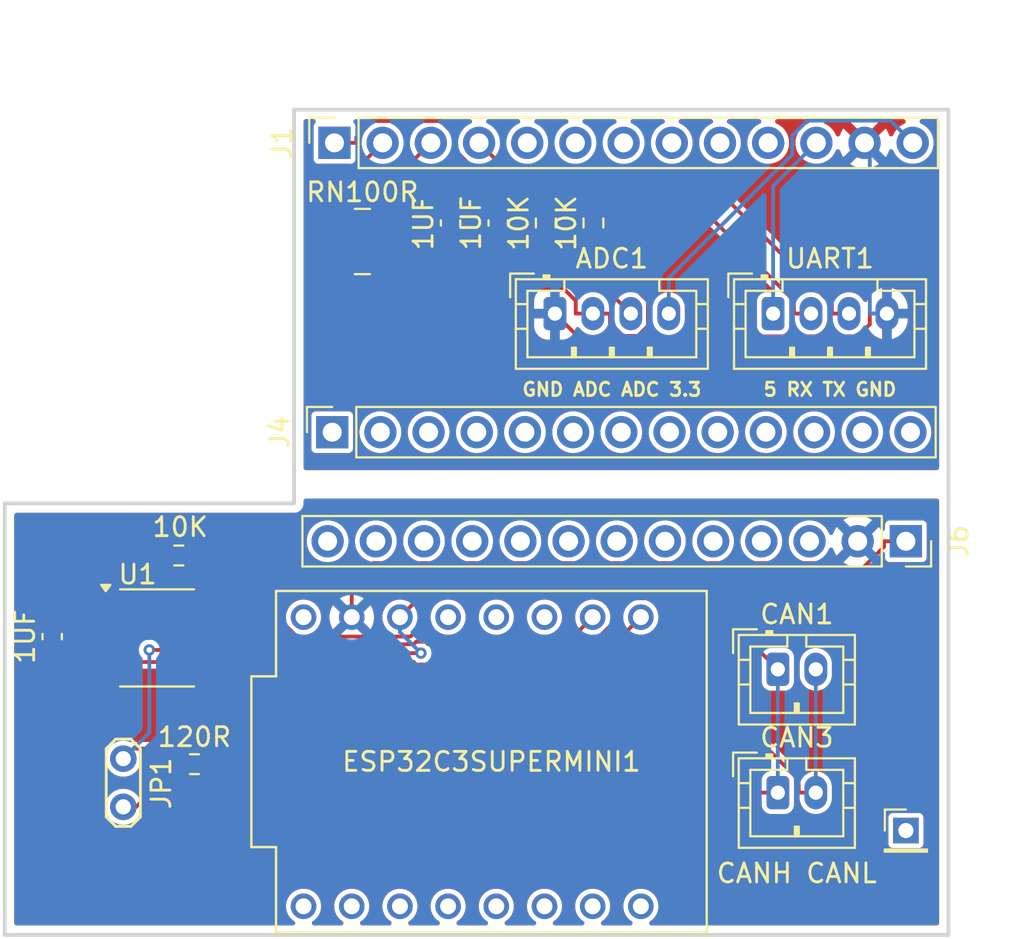
<source format=kicad_pcb>
(kicad_pcb (version 20241229) (generator "pcbnew") (generator_version "9.0")
  (layers (0 "F.Cu" signal) (2 "B.Cu" signal) (13 "F.Paste" user) (15 "B.Paste" user) (5 "F.SilkS" user "F.Silkscreen") (7 "B.SilkS" user "B.Silkscreen") (1 "F.Mask" user) (3 "B.Mask" user) (25 "Edge.Cuts" user))
  (net 0 "")
  (net 1 "GND")
  (net 5 "Net-(J1-Pin_3)")
  (net 8 "Net-(J1-Pin_2)")
  (net 35 "Net-(RN100R1-R1.2)")
  (net 36 "Net-(RN100R1-R2.2)")
  (net 37 "Net-(ADC1-Pin_2)")
  (net 38 "Net-(ADC1-Pin_3)")
  (net 39 "Net-(CAN1-Pin_2)")
  (net 40 "Net-(CAN1-Pin_1)")
  (net 53 "Net-(ADC1-Pin_4)")
  (net 54 "Net-(J1-Pin_11)")
  (net 55 "Net-(J1-Pin_4)")
  (net 56 "Net-(J1-Pin_1)")
  (net 57 "Net-(JP1-B)")
  (net 58 "Net-(U1-Rs)")
  (net 59 "Net-(ESP32C3SUPERMINI1-GPIO0)")
  (net 60 "Net-(ESP32C3SUPERMINI1-GPIO1)")
  (net 61 "+3.3V")
  (net 63 "GND1")
  (footprint "Resistor_SMD:R_Array_Concave_4x0603" (layer "F.Cu") (at 112.35 88.7)
    (property "Reference" "RN100R" (at 0 -2.6 0) (layer "F.SilkS"))
    (property "Value" "100R")
    (fp_line (start 0.4 -1.72) (end -0.4 -1.72) (stroke (width 0.12)) (layer "F.SilkS"))
    (fp_line (start 0.4 1.72) (end -0.4 1.72) (stroke (width 0.12)) (layer "F.SilkS"))
    (pad "1" smd rect (at -0.85 -1.2) (size 0.9 0.4) (layers "F.Cu" "F.Mask" "F.Paste") (net 5 "Net-(J1-Pin_3)"))
    (pad "2" smd rect (at -0.85 -0.4) (size 0.9 0.4) (layers "F.Cu" "F.Mask" "F.Paste") (net 8 "Net-(J1-Pin_2)"))
    (pad "3" smd rect (at -0.85 0.4) (size 0.9 0.4) (layers "F.Cu" "F.Mask" "F.Paste") (net 38 "Net-(ADC1-Pin_3)"))
    (pad "4" smd rect (at -0.85 1.2) (size 0.9 0.4) (layers "F.Cu" "F.Mask" "F.Paste") (net 37 "Net-(ADC1-Pin_2)"))
    (pad "5" smd rect (at 0.85 1.2) (size 0.9 0.4) (layers "F.Cu" "F.Mask" "F.Paste") (net 36 "Net-(RN100R1-R2.2)"))
    (pad "6" smd rect (at 0.85 0.4) (size 0.9 0.4) (layers "F.Cu" "F.Mask" "F.Paste") (net 35 "Net-(RN100R1-R1.2)"))
    (pad "7" smd rect (at 0.85 -0.4) (size 0.9 0.4) (layers "F.Cu" "F.Mask" "F.Paste") (net 36 "Net-(RN100R1-R2.2)"))
    (pad "8" smd rect (at 0.85 -1.2) (size 0.9 0.4) (layers "F.Cu" "F.Mask" "F.Paste") (net 35 "Net-(RN100R1-R1.2)"))
  )
  (footprint "TestPoint:TestPoint_2Pads_Pitch2.54mm_Drill0.8mm" (layer "F.Cu") (at 99.75 115.96 -90)
    (property "Reference" "JP1" (at 1.3 -2 90) (layer "F.SilkS"))
    (property "Value" "Jumper_2_Bridged")
    (fp_line (start -0.53 0.9) (end -1.03 0.4) (stroke (width 0.15)) (layer "F.SilkS"))
    (fp_line (start 3.07 0.9) (end -0.53 0.9) (stroke (width 0.15)) (layer "F.SilkS"))
    (fp_line (start -1.03 0.4) (end -1.03 -0.4) (stroke (width 0.15)) (layer "F.SilkS"))
    (fp_line (start 3.57 0.4) (end 3.07 0.9) (stroke (width 0.15)) (layer "F.SilkS"))
    (fp_line (start -1.03 -0.4) (end -0.53 -0.9) (stroke (width 0.15)) (layer "F.SilkS"))
    (fp_line (start 3.57 -0.4) (end 3.57 0.4) (stroke (width 0.15)) (layer "F.SilkS"))
    (fp_line (start -0.53 -0.9) (end 3.07 -0.9) (stroke (width 0.15)) (layer "F.SilkS"))
    (fp_line (start 3.07 -0.9) (end 3.57 -0.4) (stroke (width 0.15)) (layer "F.SilkS"))
    (pad "1" thru_hole circle (at 0 0 270) (size 1.4 1.4) (drill 0.8) (layers "*.Cu" "*.Mask") (net 39 "Net-(CAN1-Pin_2)"))
    (pad "2" thru_hole circle (at 2.54 0 270) (size 1.4 1.4) (drill 0.8) (layers "*.Cu" "*.Mask") (net 57 "Net-(JP1-B)"))
  )
  (footprint "Capacitor_SMD:C_0603_1608Metric" (layer "F.Cu") (at 96 109.525 90)
    (property "Reference" "1UF" (at 0 -1.43 90) (layer "F.SilkS"))
    (property "Value" "1uF")
    (fp_line (start -0.14058 -0.51) (end 0.14058 -0.51) (stroke (width 0.12)) (layer "F.SilkS"))
    (fp_line (start -0.14058 0.51) (end 0.14058 0.51) (stroke (width 0.12)) (layer "F.SilkS"))
    (pad "1" smd roundrect (at -0.775 0 90) (size 0.9 0.95) (layers "F.Cu" "F.Mask" "F.Paste") (net 61 "+3.3V"))
    (pad "2" smd roundrect (at 0.775 0 90) (size 0.9 0.95) (layers "F.Cu" "F.Mask" "F.Paste") (net 63 "GND1"))
  )
  (footprint "Connector_JST:JST_PH_B2B-PH-K_1x02_P2.00mm_Vertical" (layer "F.Cu") (at 134.25 111.25)
    (property "Reference" "CAN1" (at 1 -2.9 0) (layer "F.SilkS"))
    (property "Value" "Conn_01x02_Socket")
    (fp_line (start -2.36 -2.11) (end -2.36 -0.86) (stroke (width 0.12)) (layer "F.SilkS"))
    (fp_line (start -2.06 -1.81) (end -2.06 2.91) (stroke (width 0.12)) (layer "F.SilkS"))
    (fp_line (start -2.06 -0.5) (end -1.45 -0.5) (stroke (width 0.12)) (layer "F.SilkS"))
    (fp_line (start -2.06 0.8) (end -1.45 0.8) (stroke (width 0.12)) (layer "F.SilkS"))
    (fp_line (start -2.06 2.91) (end 4.06 2.91) (stroke (width 0.12)) (layer "F.SilkS"))
    (fp_line (start -1.45 -1.2) (end -1.45 2.3) (stroke (width 0.12)) (layer "F.SilkS"))
    (fp_line (start -1.45 2.3) (end 3.45 2.3) (stroke (width 0.12)) (layer "F.SilkS"))
    (fp_line (start -1.11 -2.11) (end -2.36 -2.11) (stroke (width 0.12)) (layer "F.SilkS"))
    (fp_line (start -0.6 -2.01) (end -0.6 -1.81) (stroke (width 0.12)) (layer "F.SilkS"))
    (fp_line (start -0.3 -2.01) (end -0.6 -2.01) (stroke (width 0.12)) (layer "F.SilkS"))
    (fp_line (start -0.3 -1.91) (end -0.6 -1.91) (stroke (width 0.12)) (layer "F.SilkS"))
    (fp_line (start -0.3 -1.81) (end -0.3 -2.01) (stroke (width 0.12)) (layer "F.SilkS"))
    (fp_line (start 0.5 -1.81) (end 0.5 -1.2) (stroke (width 0.12)) (layer "F.SilkS"))
    (fp_line (start 0.5 -1.2) (end -1.45 -1.2) (stroke (width 0.12)) (layer "F.SilkS"))
    (fp_line (start 0.9 1.8) (end 1.1 1.8) (stroke (width 0.12)) (layer "F.SilkS"))
    (fp_line (start 0.9 2.3) (end 0.9 1.8) (stroke (width 0.12)) (layer "F.SilkS"))
    (fp_line (start 1 2.3) (end 1 1.8) (stroke (width 0.12)) (layer "F.SilkS"))
    (fp_line (start 1.1 1.8) (end 1.1 2.3) (stroke (width 0.12)) (layer "F.SilkS"))
    (fp_line (start 1.5 -1.2) (end 1.5 -1.81) (stroke (width 0.12)) (layer "F.SilkS"))
    (fp_line (start 3.45 -1.2) (end 1.5 -1.2) (stroke (width 0.12)) (layer "F.SilkS"))
    (fp_line (start 3.45 2.3) (end 3.45 -1.2) (stroke (width 0.12)) (layer "F.SilkS"))
    (fp_line (start 4.06 -1.81) (end -2.06 -1.81) (stroke (width 0.12)) (layer "F.SilkS"))
    (fp_line (start 4.06 -0.5) (end 3.45 -0.5) (stroke (width 0.12)) (layer "F.SilkS"))
    (fp_line (start 4.06 0.8) (end 3.45 0.8) (stroke (width 0.12)) (layer "F.SilkS"))
    (fp_line (start 4.06 2.91) (end 4.06 -1.81) (stroke (width 0.12)) (layer "F.SilkS"))
    (pad "1" thru_hole roundrect (at 0 0) (size 1.2 1.75) (drill 0.75) (layers "*.Cu" "*.Mask") (roundrect_rratio 0.208333) (net 40 "Net-(CAN1-Pin_1)"))
    (pad "2" thru_hole oval (at 2 0) (size 1.2 1.75) (drill 0.75) (layers "*.Cu" "*.Mask") (net 39 "Net-(CAN1-Pin_2)"))
  )
  (footprint "Connector_JST:JST_PH_B4B-PH-K_1x04_P2.00mm_Vertical" (layer "F.Cu") (at 122.5 92.5)
    (property "Reference" "ADC1" (at 3 -2.9 0) (layer "F.SilkS"))
    (property "Value" "GND ADC ADC 3.3" (at 3 4 0) (layer "F.SilkS") (effects (font (size 0.7 0.7))))
    (fp_line (start -2.36 -2.11) (end -2.36 -0.86) (stroke (width 0.12)) (layer "F.SilkS"))
    (fp_line (start -2.06 -1.81) (end -2.06 2.91) (stroke (width 0.12)) (layer "F.SilkS"))
    (fp_line (start -2.06 -0.5) (end -1.45 -0.5) (stroke (width 0.12)) (layer "F.SilkS"))
    (fp_line (start -2.06 0.8) (end -1.45 0.8) (stroke (width 0.12)) (layer "F.SilkS"))
    (fp_line (start -2.06 2.91) (end 8.06 2.91) (stroke (width 0.12)) (layer "F.SilkS"))
    (fp_line (start -1.45 -1.2) (end -1.45 2.3) (stroke (width 0.12)) (layer "F.SilkS"))
    (fp_line (start -1.45 2.3) (end 7.45 2.3) (stroke (width 0.12)) (layer "F.SilkS"))
    (fp_line (start -1.11 -2.11) (end -2.36 -2.11) (stroke (width 0.12)) (layer "F.SilkS"))
    (fp_line (start -0.6 -2.01) (end -0.6 -1.81) (stroke (width 0.12)) (layer "F.SilkS"))
    (fp_line (start -0.3 -2.01) (end -0.6 -2.01) (stroke (width 0.12)) (layer "F.SilkS"))
    (fp_line (start -0.3 -1.91) (end -0.6 -1.91) (stroke (width 0.12)) (layer "F.SilkS"))
    (fp_line (start -0.3 -1.81) (end -0.3 -2.01) (stroke (width 0.12)) (layer "F.SilkS"))
    (fp_line (start 0.5 -1.81) (end 0.5 -1.2) (stroke (width 0.12)) (layer "F.SilkS"))
    (fp_line (start 0.5 -1.2) (end -1.45 -1.2) (stroke (width 0.12)) (layer "F.SilkS"))
    (fp_line (start 0.9 1.8) (end 1.1 1.8) (stroke (width 0.12)) (layer "F.SilkS"))
    (fp_line (start 0.9 2.3) (end 0.9 1.8) (stroke (width 0.12)) (layer "F.SilkS"))
    (fp_line (start 1 2.3) (end 1 1.8) (stroke (width 0.12)) (layer "F.SilkS"))
    (fp_line (start 1.1 1.8) (end 1.1 2.3) (stroke (width 0.12)) (layer "F.SilkS"))
    (fp_line (start 2.9 1.8) (end 3.1 1.8) (stroke (width 0.12)) (layer "F.SilkS"))
    (fp_line (start 2.9 2.3) (end 2.9 1.8) (stroke (width 0.12)) (layer "F.SilkS"))
    (fp_line (start 3 2.3) (end 3 1.8) (stroke (width 0.12)) (layer "F.SilkS"))
    (fp_line (start 3.1 1.8) (end 3.1 2.3) (stroke (width 0.12)) (layer "F.SilkS"))
    (fp_line (start 4.9 1.8) (end 5.1 1.8) (stroke (width 0.12)) (layer "F.SilkS"))
    (fp_line (start 4.9 2.3) (end 4.9 1.8) (stroke (width 0.12)) (layer "F.SilkS"))
    (fp_line (start 5 2.3) (end 5 1.8) (stroke (width 0.12)) (layer "F.SilkS"))
    (fp_line (start 5.1 1.8) (end 5.1 2.3) (stroke (width 0.12)) (layer "F.SilkS"))
    (fp_line (start 5.5 -1.2) (end 5.5 -1.81) (stroke (width 0.12)) (layer "F.SilkS"))
    (fp_line (start 7.45 -1.2) (end 5.5 -1.2) (stroke (width 0.12)) (layer "F.SilkS"))
    (fp_line (start 7.45 2.3) (end 7.45 -1.2) (stroke (width 0.12)) (layer "F.SilkS"))
    (fp_line (start 8.06 -1.81) (end -2.06 -1.81) (stroke (width 0.12)) (layer "F.SilkS"))
    (fp_line (start 8.06 -0.5) (end 7.45 -0.5) (stroke (width 0.12)) (layer "F.SilkS"))
    (fp_line (start 8.06 0.8) (end 7.45 0.8) (stroke (width 0.12)) (layer "F.SilkS"))
    (fp_line (start 8.06 2.91) (end 8.06 -1.81) (stroke (width 0.12)) (layer "F.SilkS"))
    (pad "1" thru_hole roundrect (at 0 0) (size 1.2 1.75) (drill 0.75) (layers "*.Cu" "*.Mask") (roundrect_rratio 0.208333) (net 1 "GND"))
    (pad "2" thru_hole oval (at 2 0) (size 1.2 1.75) (drill 0.75) (layers "*.Cu" "*.Mask") (net 37 "Net-(ADC1-Pin_2)"))
    (pad "3" thru_hole oval (at 4 0) (size 1.2 1.75) (drill 0.75) (layers "*.Cu" "*.Mask") (net 38 "Net-(ADC1-Pin_3)"))
    (pad "4" thru_hole oval (at 6 0) (size 1.2 1.75) (drill 0.75) (layers "*.Cu" "*.Mask") (net 53 "Net-(ADC1-Pin_4)"))
  )
  (footprint "Capacitor_SMD:C_0603_1608Metric" (layer "F.Cu") (at 117 87.725 90)
    (property "Reference" "1UF" (at 0 -1.43 90) (layer "F.SilkS"))
    (property "Value" "1uF")
    (fp_line (start -0.14058 -0.51) (end 0.14058 -0.51) (stroke (width 0.12)) (layer "F.SilkS"))
    (fp_line (start -0.14058 0.51) (end 0.14058 0.51) (stroke (width 0.12)) (layer "F.SilkS"))
    (pad "1" smd roundrect (at -0.775 0 90) (size 0.9 0.95) (layers "F.Cu" "F.Mask" "F.Paste") (net 38 "Net-(ADC1-Pin_3)"))
    (pad "2" smd roundrect (at 0.775 0 90) (size 0.9 0.95) (layers "F.Cu" "F.Mask" "F.Paste") (net 1 "GND"))
  )
  (footprint "Connector_PinSocket_2.54mm:PinSocket_1x13_P2.54mm_Vertical" (layer "F.Cu") (at 141 104.5 -90)
    (property "Reference" "J6" (at 0 -2.77 90) (layer "F.SilkS"))
    (property "Value" "Conn_01x13_Socket")
    (fp_line (start -1.33 31.81) (end 1.33 31.81) (stroke (width 0.12)) (layer "F.SilkS"))
    (fp_line (start -1.33 1.27) (end -1.33 31.81) (stroke (width 0.12)) (layer "F.SilkS"))
    (fp_line (start -1.33 1.27) (end 1.33 1.27) (stroke (width 0.12)) (layer "F.SilkS"))
    (fp_line (start 1.33 1.27) (end 1.33 31.81) (stroke (width 0.12)) (layer "F.SilkS"))
    (fp_line (start 0 -1.33) (end 1.33 -1.33) (stroke (width 0.12)) (layer "F.SilkS"))
    (fp_line (start 1.33 -1.33) (end 1.33 0) (stroke (width 0.12)) (layer "F.SilkS"))
    (pad "1" thru_hole rect (at 0 0 270) (size 1.7 1.7) (drill 1) (layers "*.Cu" "*.Mask") (net 61 "+3.3V"))
    (pad "2" thru_hole circle (at 0 2.54 270) (size 1.7 1.7) (drill 1) (layers "*.Cu" "*.Mask") (net 63 "GND1"))
    (pad "3" thru_hole circle (at 0 5.08 270) (size 1.7 1.7) (drill 1) (layers "*.Cu" "*.Mask"))
    (pad "4" thru_hole circle (at 0 7.62 270) (size 1.7 1.7) (drill 1) (layers "*.Cu" "*.Mask"))
    (pad "5" thru_hole circle (at 0 10.16 270) (size 1.7 1.7) (drill 1) (layers "*.Cu" "*.Mask"))
    (pad "6" thru_hole circle (at 0 12.7 270) (size 1.7 1.7) (drill 1) (layers "*.Cu" "*.Mask"))
    (pad "7" thru_hole circle (at 0 15.24 270) (size 1.7 1.7) (drill 1) (layers "*.Cu" "*.Mask"))
    (pad "8" thru_hole circle (at 0 17.78 270) (size 1.7 1.7) (drill 1) (layers "*.Cu" "*.Mask"))
    (pad "9" thru_hole circle (at 0 20.32 270) (size 1.7 1.7) (drill 1) (layers "*.Cu" "*.Mask"))
    (pad "10" thru_hole circle (at 0 22.86 270) (size 1.7 1.7) (drill 1) (layers "*.Cu" "*.Mask"))
    (pad "11" thru_hole circle (at 0 25.4 270) (size 1.7 1.7) (drill 1) (layers "*.Cu" "*.Mask"))
    (pad "12" thru_hole circle (at 0 27.94 270) (size 1.7 1.7) (drill 1) (layers "*.Cu" "*.Mask"))
    (pad "13" thru_hole circle (at 0 30.48 270) (size 1.7 1.7) (drill 1) (layers "*.Cu" "*.Mask"))
  )
  (footprint "Resistor_SMD:R_0603_1608Metric" (layer "F.Cu") (at 122.02 87.725 90)
    (property "Reference" "10K" (at 0 -1.43 90) (layer "F.SilkS"))
    (property "Value" "10k")
    (fp_line (start -0.237258 -0.5225) (end 0.237258 -0.5225) (stroke (width 0.12)) (layer "F.SilkS"))
    (fp_line (start -0.237258 0.5225) (end 0.237258 0.5225) (stroke (width 0.12)) (layer "F.SilkS"))
    (pad "1" smd roundrect (at -0.825 0 90) (size 0.8 0.95) (layers "F.Cu" "F.Mask" "F.Paste") (net 1 "GND"))
    (pad "2" smd roundrect (at 0.825 0 90) (size 0.8 0.95) (layers "F.Cu" "F.Mask" "F.Paste") (net 36 "Net-(RN100R1-R2.2)"))
  )
  (footprint "Resistor_SMD:R_0603_1608Metric" (layer "F.Cu") (at 124.53 87.725 90)
    (property "Reference" "10K" (at 0 -1.43 90) (layer "F.SilkS"))
    (property "Value" "10k")
    (fp_line (start -0.237258 -0.5225) (end 0.237258 -0.5225) (stroke (width 0.12)) (layer "F.SilkS"))
    (fp_line (start -0.237258 0.5225) (end 0.237258 0.5225) (stroke (width 0.12)) (layer "F.SilkS"))
    (pad "1" smd roundrect (at -0.825 0 90) (size 0.8 0.95) (layers "F.Cu" "F.Mask" "F.Paste") (net 35 "Net-(RN100R1-R1.2)"))
    (pad "2" smd roundrect (at 0.825 0 90) (size 0.8 0.95) (layers "F.Cu" "F.Mask" "F.Paste") (net 1 "GND"))
  )
  (footprint "Connector_PinSocket_2.54mm:PinSocket_1x13_P2.54mm_Vertical" (layer "F.Cu") (at 110.88 83.5 90)
    (property "Reference" "J1" (at 0 -2.77 90) (layer "F.SilkS"))
    (property "Value" "Conn_01x13_Socket")
    (fp_line (start 1.33 -1.33) (end 1.33 0) (stroke (width 0.12)) (layer "F.SilkS"))
    (fp_line (start 0 -1.33) (end 1.33 -1.33) (stroke (width 0.12)) (layer "F.SilkS"))
    (fp_line (start 1.33 1.27) (end 1.33 31.81) (stroke (width 0.12)) (layer "F.SilkS"))
    (fp_line (start -1.33 1.27) (end 1.33 1.27) (stroke (width 0.12)) (layer "F.SilkS"))
    (fp_line (start -1.33 1.27) (end -1.33 31.81) (stroke (width 0.12)) (layer "F.SilkS"))
    (fp_line (start -1.33 31.81) (end 1.33 31.81) (stroke (width 0.12)) (layer "F.SilkS"))
    (pad "1" thru_hole rect (at 0 0 90) (size 1.7 1.7) (drill 1) (layers "*.Cu" "*.Mask") (net 56 "Net-(J1-Pin_1)"))
    (pad "2" thru_hole circle (at 0 2.54 90) (size 1.7 1.7) (drill 1) (layers "*.Cu" "*.Mask") (net 8 "Net-(J1-Pin_2)"))
    (pad "3" thru_hole circle (at 0 5.08 90) (size 1.7 1.7) (drill 1) (layers "*.Cu" "*.Mask") (net 5 "Net-(J1-Pin_3)"))
    (pad "4" thru_hole circle (at 0 7.62 90) (size 1.7 1.7) (drill 1) (layers "*.Cu" "*.Mask") (net 55 "Net-(J1-Pin_4)"))
    (pad "5" thru_hole circle (at 0 10.16 90) (size 1.7 1.7) (drill 1) (layers "*.Cu" "*.Mask"))
    (pad "6" thru_hole circle (at 0 12.7 90) (size 1.7 1.7) (drill 1) (layers "*.Cu" "*.Mask"))
    (pad "7" thru_hole circle (at 0 15.24 90) (size 1.7 1.7) (drill 1) (layers "*.Cu" "*.Mask"))
    (pad "8" thru_hole circle (at 0 17.78 90) (size 1.7 1.7) (drill 1) (layers "*.Cu" "*.Mask"))
    (pad "9" thru_hole circle (at 0 20.32 90) (size 1.7 1.7) (drill 1) (layers "*.Cu" "*.Mask"))
    (pad "10" thru_hole circle (at 0 22.86 90) (size 1.7 1.7) (drill 1) (layers "*.Cu" "*.Mask"))
    (pad "11" thru_hole circle (at 0 25.4 90) (size 1.7 1.7) (drill 1) (layers "*.Cu" "*.Mask") (net 54 "Net-(J1-Pin_11)"))
    (pad "12" thru_hole circle (at 0 27.94 90) (size 1.7 1.7) (drill 1) (layers "*.Cu" "*.Mask") (net 1 "GND"))
    (pad "13" thru_hole circle (at 0 30.48 90) (size 1.7 1.7) (drill 1) (layers "*.Cu" "*.Mask") (net 53 "Net-(ADC1-Pin_4)"))
  )
  (footprint "Resistor_SMD:R_0603_1608Metric" (layer "F.Cu") (at 102.675 105.25 180)
    (property "Reference" "10K" (at -0.075 1.5 0) (layer "F.SilkS"))
    (property "Value" "10k")
    (fp_line (start -0.237258 0.5225) (end 0.237258 0.5225) (stroke (width 0.12)) (layer "F.SilkS"))
    (fp_line (start -0.237258 -0.5225) (end 0.237258 -0.5225) (stroke (width 0.12)) (layer "F.SilkS"))
    (pad "1" smd roundrect (at -0.825 0 180) (size 0.8 0.95) (layers "F.Cu" "F.Mask" "F.Paste") (net 58 "Net-(U1-Rs)"))
    (pad "2" smd roundrect (at 0.825 0 180) (size 0.8 0.95) (layers "F.Cu" "F.Mask" "F.Paste") (net 63 "GND1"))
  )
  (footprint "Resistor_SMD:R_0603_1608Metric" (layer "F.Cu") (at 103.5 116.25)
    (property "Reference" "120R" (at 0 -1.43 0) (layer "F.SilkS"))
    (property "Value" "120")
    (fp_line (start -0.237258 -0.5225) (end 0.237258 -0.5225) (stroke (width 0.12)) (layer "F.SilkS"))
    (fp_line (start -0.237258 0.5225) (end 0.237258 0.5225) (stroke (width 0.12)) (layer "F.SilkS"))
    (pad "1" smd roundrect (at -0.825 0) (size 0.8 0.95) (layers "F.Cu" "F.Mask" "F.Paste") (net 57 "Net-(JP1-B)"))
    (pad "2" smd roundrect (at 0.825 0) (size 0.8 0.95) (layers "F.Cu" "F.Mask" "F.Paste") (net 40 "Net-(CAN1-Pin_1)"))
  )
  (footprint "Connector_PinHeader_2.00mm:PinHeader_1x01_P2.00mm_Vertical" (layer "F.Cu") (at 141 119.75)
    (property "Reference" "J5" (hide yes))
    (property "Value" "Conn_01x01_Pin")
    (fp_line (start -1.11 -1.11) (end 0 -1.11) (stroke (width 0.12)) (layer "F.SilkS"))
    (fp_line (start -1.11 0) (end -1.11 -1.11) (stroke (width 0.12)) (layer "F.SilkS"))
    (fp_line (start -1.11 1) (end -1.11 1.11) (stroke (width 0.12)) (layer "F.SilkS"))
    (fp_line (start -1.11 1) (end 1.11 1) (stroke (width 0.12)) (layer "F.SilkS"))
    (fp_line (start -1.11 1.11) (end 1.11 1.11) (stroke (width 0.12)) (layer "F.SilkS"))
    (fp_line (start 1.11 1) (end 1.11 1.11) (stroke (width 0.12)) (layer "F.SilkS"))
    (pad "1" thru_hole rect (at 0 0) (size 1.35 1.35) (drill 0.8) (layers "*.Cu" "*.Mask"))
  )
  (footprint "Connector_JST:JST_PH_B2B-PH-K_1x02_P2.00mm_Vertical" (layer "F.Cu") (at 134.25 117.75)
    (property "Reference" "CAN3" (at 1 -2.9 0) (layer "F.SilkS"))
    (property "Value" "Conn_01x02_Socket")
    (fp_line (start -2.36 -2.11) (end -2.36 -0.86) (stroke (width 0.12)) (layer "F.SilkS"))
    (fp_line (start -2.06 -1.81) (end -2.06 2.91) (stroke (width 0.12)) (layer "F.SilkS"))
    (fp_line (start -2.06 -0.5) (end -1.45 -0.5) (stroke (width 0.12)) (layer "F.SilkS"))
    (fp_line (start -2.06 0.8) (end -1.45 0.8) (stroke (width 0.12)) (layer "F.SilkS"))
    (fp_line (start -2.06 2.91) (end 4.06 2.91) (stroke (width 0.12)) (layer "F.SilkS"))
    (fp_line (start -1.45 -1.2) (end -1.45 2.3) (stroke (width 0.12)) (layer "F.SilkS"))
    (fp_line (start -1.45 2.3) (end 3.45 2.3) (stroke (width 0.12)) (layer "F.SilkS"))
    (fp_line (start -1.11 -2.11) (end -2.36 -2.11) (stroke (width 0.12)) (layer "F.SilkS"))
    (fp_line (start -0.6 -2.01) (end -0.6 -1.81) (stroke (width 0.12)) (layer "F.SilkS"))
    (fp_line (start -0.3 -2.01) (end -0.6 -2.01) (stroke (width 0.12)) (layer "F.SilkS"))
    (fp_line (start -0.3 -1.91) (end -0.6 -1.91) (stroke (width 0.12)) (layer "F.SilkS"))
    (fp_line (start -0.3 -1.81) (end -0.3 -2.01) (stroke (width 0.12)) (layer "F.SilkS"))
    (fp_line (start 0.5 -1.81) (end 0.5 -1.2) (stroke (width 0.12)) (layer "F.SilkS"))
    (fp_line (start 0.5 -1.2) (end -1.45 -1.2) (stroke (width 0.12)) (layer "F.SilkS"))
    (fp_line (start 0.9 1.8) (end 1.1 1.8) (stroke (width 0.12)) (layer "F.SilkS"))
    (fp_line (start 0.9 2.3) (end 0.9 1.8) (stroke (width 0.12)) (layer "F.SilkS"))
    (fp_line (start 1 2.3) (end 1 1.8) (stroke (width 0.12)) (layer "F.SilkS"))
    (fp_line (start 1.1 1.8) (end 1.1 2.3) (stroke (width 0.12)) (layer "F.SilkS"))
    (fp_line (start 1.5 -1.2) (end 1.5 -1.81) (stroke (width 0.12)) (layer "F.SilkS"))
    (fp_line (start 3.45 -1.2) (end 1.5 -1.2) (stroke (width 0.12)) (layer "F.SilkS"))
    (fp_line (start 3.45 2.3) (end 3.45 -1.2) (stroke (width 0.12)) (layer "F.SilkS"))
    (fp_line (start 4.06 -1.81) (end -2.06 -1.81) (stroke (width 0.12)) (layer "F.SilkS"))
    (fp_line (start 4.06 -0.5) (end 3.45 -0.5) (stroke (width 0.12)) (layer "F.SilkS"))
    (fp_line (start 4.06 0.8) (end 3.45 0.8) (stroke (width 0.12)) (layer "F.SilkS"))
    (fp_line (start 4.06 2.91) (end 4.06 -1.81) (stroke (width 0.12)) (layer "F.SilkS"))
    (fp_text user "CANH CANL" (at 1 4.25 0) (layer "F.SilkS"))
    (pad "1" thru_hole roundrect (at 0 0) (size 1.2 1.75) (drill 0.75) (layers "*.Cu" "*.Mask") (roundrect_rratio 0.208333) (net 40 "Net-(CAN1-Pin_1)"))
    (pad "2" thru_hole oval (at 2 0) (size 1.2 1.75) (drill 0.75) (layers "*.Cu" "*.Mask") (net 39 "Net-(CAN1-Pin_2)"))
  )
  (footprint "Connector_JST:JST_PH_B4B-PH-K_1x04_P2.00mm_Vertical" (layer "F.Cu") (at 134 92.5)
    (property "Reference" "UART1" (at 3 -2.9 0) (layer "F.SilkS"))
    (property "Value" "5 RX TX GND" (at 3 4 0) (layer "F.SilkS") (effects (font (size 0.7 0.7))))
    (fp_line (start -2.36 -2.11) (end -2.36 -0.86) (stroke (width 0.12)) (layer "F.SilkS"))
    (fp_line (start -2.06 -1.81) (end -2.06 2.91) (stroke (width 0.12)) (layer "F.SilkS"))
    (fp_line (start -2.06 -0.5) (end -1.45 -0.5) (stroke (width 0.12)) (layer "F.SilkS"))
    (fp_line (start -2.06 0.8) (end -1.45 0.8) (stroke (width 0.12)) (layer "F.SilkS"))
    (fp_line (start -2.06 2.91) (end 8.06 2.91) (stroke (width 0.12)) (layer "F.SilkS"))
    (fp_line (start -1.45 -1.2) (end -1.45 2.3) (stroke (width 0.12)) (layer "F.SilkS"))
    (fp_line (start -1.45 2.3) (end 7.45 2.3) (stroke (width 0.12)) (layer "F.SilkS"))
    (fp_line (start -1.11 -2.11) (end -2.36 -2.11) (stroke (width 0.12)) (layer "F.SilkS"))
    (fp_line (start -0.6 -2.01) (end -0.6 -1.81) (stroke (width 0.12)) (layer "F.SilkS"))
    (fp_line (start -0.3 -2.01) (end -0.6 -2.01) (stroke (width 0.12)) (layer "F.SilkS"))
    (fp_line (start -0.3 -1.91) (end -0.6 -1.91) (stroke (width 0.12)) (layer "F.SilkS"))
    (fp_line (start -0.3 -1.81) (end -0.3 -2.01) (stroke (width 0.12)) (layer "F.SilkS"))
    (fp_line (start 0.5 -1.81) (end 0.5 -1.2) (stroke (width 0.12)) (layer "F.SilkS"))
    (fp_line (start 0.5 -1.2) (end -1.45 -1.2) (stroke (width 0.12)) (layer "F.SilkS"))
    (fp_line (start 0.9 1.8) (end 1.1 1.8) (stroke (width 0.12)) (layer "F.SilkS"))
    (fp_line (start 0.9 2.3) (end 0.9 1.8) (stroke (width 0.12)) (layer "F.SilkS"))
    (fp_line (start 1 2.3) (end 1 1.8) (stroke (width 0.12)) (layer "F.SilkS"))
    (fp_line (start 1.1 1.8) (end 1.1 2.3) (stroke (width 0.12)) (layer "F.SilkS"))
    (fp_line (start 2.9 1.8) (end 3.1 1.8) (stroke (width 0.12)) (layer "F.SilkS"))
    (fp_line (start 2.9 2.3) (end 2.9 1.8) (stroke (width 0.12)) (layer "F.SilkS"))
    (fp_line (start 3 2.3) (end 3 1.8) (stroke (width 0.12)) (layer "F.SilkS"))
    (fp_line (start 3.1 1.8) (end 3.1 2.3) (stroke (width 0.12)) (layer "F.SilkS"))
    (fp_line (start 4.9 1.8) (end 5.1 1.8) (stroke (width 0.12)) (layer "F.SilkS"))
    (fp_line (start 4.9 2.3) (end 4.9 1.8) (stroke (width 0.12)) (layer "F.SilkS"))
    (fp_line (start 5 2.3) (end 5 1.8) (stroke (width 0.12)) (layer "F.SilkS"))
    (fp_line (start 5.1 1.8) (end 5.1 2.3) (stroke (width 0.12)) (layer "F.SilkS"))
    (fp_line (start 5.5 -1.2) (end 5.5 -1.81) (stroke (width 0.12)) (layer "F.SilkS"))
    (fp_line (start 7.45 -1.2) (end 5.5 -1.2) (stroke (width 0.12)) (layer "F.SilkS"))
    (fp_line (start 7.45 2.3) (end 7.45 -1.2) (stroke (width 0.12)) (layer "F.SilkS"))
    (fp_line (start 8.06 -1.81) (end -2.06 -1.81) (stroke (width 0.12)) (layer "F.SilkS"))
    (fp_line (start 8.06 -0.5) (end 7.45 -0.5) (stroke (width 0.12)) (layer "F.SilkS"))
    (fp_line (start 8.06 0.8) (end 7.45 0.8) (stroke (width 0.12)) (layer "F.SilkS"))
    (fp_line (start 8.06 2.91) (end 8.06 -1.81) (stroke (width 0.12)) (layer "F.SilkS"))
    (pad "1" thru_hole roundrect (at 0 0) (size 1.2 1.75) (drill 0.75) (layers "*.Cu" "*.Mask") (roundrect_rratio 0.208333) (net 54 "Net-(J1-Pin_11)"))
    (pad "2" thru_hole oval (at 2 0) (size 1.2 1.75) (drill 0.75) (layers "*.Cu" "*.Mask") (net 56 "Net-(J1-Pin_1)"))
    (pad "3" thru_hole oval (at 4 0) (size 1.2 1.75) (drill 0.75) (layers "*.Cu" "*.Mask") (net 55 "Net-(J1-Pin_4)"))
    (pad "4" thru_hole oval (at 6 0) (size 1.2 1.75) (drill 0.75) (layers "*.Cu" "*.Mask") (net 1 "GND"))
  )
  (footprint "Connector_PinSocket_2.54mm:PinSocket_1x13_P2.54mm_Vertical" (layer "F.Cu") (at 110.76 98.75 90)
    (property "Reference" "J4" (at 0 -2.77 90) (layer "F.SilkS"))
    (property "Value" "Conn_01x13_Socket")
    (fp_line (start 1.33 -1.33) (end 1.33 0) (stroke (width 0.12)) (layer "F.SilkS"))
    (fp_line (start 0 -1.33) (end 1.33 -1.33) (stroke (width 0.12)) (layer "F.SilkS"))
    (fp_line (start 1.33 1.27) (end 1.33 31.81) (stroke (width 0.12)) (layer "F.SilkS"))
    (fp_line (start -1.33 1.27) (end 1.33 1.27) (stroke (width 0.12)) (layer "F.SilkS"))
    (fp_line (start -1.33 1.27) (end -1.33 31.81) (stroke (width 0.12)) (layer "F.SilkS"))
    (fp_line (start -1.33 31.81) (end 1.33 31.81) (stroke (width 0.12)) (layer "F.SilkS"))
    (pad "1" thru_hole rect (at 0 0 90) (size 1.7 1.7) (drill 1) (layers "*.Cu" "*.Mask"))
    (pad "2" thru_hole circle (at 0 2.54 90) (size 1.7 1.7) (drill 1) (layers "*.Cu" "*.Mask"))
    (pad "3" thru_hole circle (at 0 5.08 90) (size 1.7 1.7) (drill 1) (layers "*.Cu" "*.Mask"))
    (pad "4" thru_hole circle (at 0 7.62 90) (size 1.7 1.7) (drill 1) (layers "*.Cu" "*.Mask"))
    (pad "5" thru_hole circle (at 0 10.16 90) (size 1.7 1.7) (drill 1) (layers "*.Cu" "*.Mask"))
    (pad "6" thru_hole circle (at 0 12.7 90) (size 1.7 1.7) (drill 1) (layers "*.Cu" "*.Mask"))
    (pad "7" thru_hole circle (at 0 15.24 90) (size 1.7 1.7) (drill 1) (layers "*.Cu" "*.Mask"))
    (pad "8" thru_hole circle (at 0 17.78 90) (size 1.7 1.7) (drill 1) (layers "*.Cu" "*.Mask"))
    (pad "9" thru_hole circle (at 0 20.32 90) (size 1.7 1.7) (drill 1) (layers "*.Cu" "*.Mask"))
    (pad "10" thru_hole circle (at 0 22.86 90) (size 1.7 1.7) (drill 1) (layers "*.Cu" "*.Mask"))
    (pad "11" thru_hole circle (at 0 25.4 90) (size 1.7 1.7) (drill 1) (layers "*.Cu" "*.Mask"))
    (pad "12" thru_hole circle (at 0 27.94 90) (size 1.7 1.7) (drill 1) (layers "*.Cu" "*.Mask"))
    (pad "13" thru_hole circle (at 0 30.48 90) (size 1.7 1.7) (drill 1) (layers "*.Cu" "*.Mask"))
  )
  (footprint "Package_SO:SOIC-8_3.9x4.9mm_P1.27mm" (layer "F.Cu") (at 101.525 109.595)
    (property "Reference" "U1" (at -1.025 -3.345 0) (layer "F.SilkS"))
    (property "Value" "SN65HVD230")
    (fp_line (start 0 -2.56) (end -1.95 -2.56) (stroke (width 0.12)) (layer "F.SilkS"))
    (fp_line (start 0 -2.56) (end 1.95 -2.56) (stroke (width 0.12)) (layer "F.SilkS"))
    (fp_line (start 0 2.56) (end -1.95 2.56) (stroke (width 0.12)) (layer "F.SilkS"))
    (fp_line (start 0 2.56) (end 1.95 2.56) (stroke (width 0.12)) (layer "F.SilkS"))
    (fp_poly (pts (xy -2.7 -2.465) (xy -2.94 -2.795) (xy -2.46 -2.795)) (stroke (width 0.12)) (fill yes) (layer "F.SilkS"))
    (pad "1" smd roundrect (at -2.475 -1.905) (size 1.95 0.6) (layers "F.Cu" "F.Mask" "F.Paste") (net 60 "Net-(ESP32C3SUPERMINI1-GPIO1)"))
    (pad "2" smd roundrect (at -2.475 -0.635) (size 1.95 0.6) (layers "F.Cu" "F.Mask" "F.Paste") (net 63 "GND1"))
    (pad "3" smd roundrect (at -2.475 0.635) (size 1.95 0.6) (layers "F.Cu" "F.Mask" "F.Paste") (net 61 "+3.3V"))
    (pad "4" smd roundrect (at -2.475 1.905) (size 1.95 0.6) (layers "F.Cu" "F.Mask" "F.Paste") (net 59 "Net-(ESP32C3SUPERMINI1-GPIO0)"))
    (pad "5" smd roundrect (at 2.475 1.905) (size 1.95 0.6) (layers "F.Cu" "F.Mask" "F.Paste"))
    (pad "6" smd roundrect (at 2.475 0.635) (size 1.95 0.6) (layers "F.Cu" "F.Mask" "F.Paste") (net 39 "Net-(CAN1-Pin_2)"))
    (pad "7" smd roundrect (at 2.475 -0.635) (size 1.95 0.6) (layers "F.Cu" "F.Mask" "F.Paste") (net 40 "Net-(CAN1-Pin_1)"))
    (pad "8" smd roundrect (at 2.475 -1.905) (size 1.95 0.6) (layers "F.Cu" "F.Mask" "F.Paste") (net 58 "Net-(U1-Rs)"))
  )
  (footprint "Capacitor_SMD:C_0603_1608Metric" (layer "F.Cu") (at 119.51 87.725 90)
    (property "Reference" "1UF" (at 0 -1.43 90) (layer "F.SilkS"))
    (property "Value" "1uF")
    (fp_line (start -0.14058 -0.51) (end 0.14058 -0.51) (stroke (width 0.12)) (layer "F.SilkS"))
    (fp_line (start -0.14058 0.51) (end 0.14058 0.51) (stroke (width 0.12)) (layer "F.SilkS"))
    (pad "1" smd roundrect (at -0.775 0 90) (size 0.9 0.95) (layers "F.Cu" "F.Mask" "F.Paste") (net 37 "Net-(ADC1-Pin_2)"))
    (pad "2" smd roundrect (at 0.775 0 90) (size 0.9 0.95) (layers "F.Cu" "F.Mask" "F.Paste") (net 1 "GND"))
  )
  (footprint "ESP32-C3_SUPERMINI_TH:MODULE_ESP32-C3_SUPERMINI_TH" (layer "F.Cu") (at 119.15 116.12 90)
    (property "Reference" "ESP32C3SUPERMINI1" (at 0 0 180) (layer "F.SilkS"))
    (property "Value" "ESP32-C3_SUPERMINI_TH")
    (fp_line (start 4.5 -12.65) (end -4.5 -12.65) (stroke (width 0.127)) (layer "F.SilkS"))
    (fp_line (start 4.5 -12.65) (end 4.5 -11.35) (stroke (width 0.127)) (layer "F.SilkS"))
    (fp_line (start -4.5 -12.65) (end -4.5 -11.35) (stroke (width 0.127)) (layer "F.SilkS"))
    (fp_line (start 9 -11.35) (end 4.5 -11.35) (stroke (width 0.127)) (layer "F.SilkS"))
    (fp_line (start -4.5 -11.35) (end -9 -11.35) (stroke (width 0.127)) (layer "F.SilkS"))
    (fp_line (start 9 11.35) (end 9 -11.35) (stroke (width 0.127)) (layer "F.SilkS"))
    (fp_line (start 9 11.35) (end -9 11.35) (stroke (width 0.127)) (layer "F.SilkS"))
    (fp_line (start -9 11.35) (end -9 -11.35) (stroke (width 0.127)) (layer "F.SilkS"))
    (pad "0" thru_hole circle (at 7.62 7.88 90) (size 1.348 1.348) (drill 0.84) (layers "*.Cu" "*.Mask") (net 59 "Net-(ESP32C3SUPERMINI1-GPIO0)"))
    (pad "1" thru_hole circle (at 7.62 5.34 90) (size 1.348 1.348) (drill 0.84) (layers "*.Cu" "*.Mask") (net 60 "Net-(ESP32C3SUPERMINI1-GPIO1)"))
    (pad "2" thru_hole circle (at 7.62 2.8 90) (size 1.348 1.348) (drill 0.84) (layers "*.Cu" "*.Mask"))
    (pad "3" thru_hole circle (at 7.62 0.26 90) (size 1.348 1.348) (drill 0.84) (layers "*.Cu" "*.Mask"))
    (pad "3.3" thru_hole circle (at 7.62 -4.82 90) (size 1.348 1.348) (drill 0.84) (layers "*.Cu" "*.Mask") (net 61 "+3.3V"))
    (pad "4" thru_hole circle (at 7.62 -2.28 90) (size 1.348 1.348) (drill 0.84) (layers "*.Cu" "*.Mask"))
    (pad "5" thru_hole circle (at -7.62 -9.9 90) (size 1.348 1.348) (drill 0.84) (layers "*.Cu" "*.Mask"))
    (pad "5V" thru_hole circle (at 7.62 -9.9 90) (size 1.348 1.348) (drill 0.84) (layers "*.Cu" "*.Mask"))
    (pad "6" thru_hole circle (at -7.62 -7.36 90) (size 1.348 1.348) (drill 0.84) (layers "*.Cu" "*.Mask"))
    (pad "7" thru_hole circle (at -7.62 -4.82 90) (size 1.348 1.348) (drill 0.84) (layers "*.Cu" "*.Mask"))
    (pad "8" thru_hole circle (at -7.62 -2.28 90) (size 1.348 1.348) (drill 0.84) (layers "*.Cu" "*.Mask"))
    (pad "9" thru_hole circle (at -7.62 0.26 90) (size 1.348 1.348) (drill 0.84) (layers "*.Cu" "*.Mask"))
    (pad "10" thru_hole circle (at -7.62 2.8 90) (size 1.348 1.348) (drill 0.84) (layers "*.Cu" "*.Mask"))
    (pad "20" thru_hole circle (at -7.62 5.34 90) (size 1.348 1.348) (drill 0.84) (layers "*.Cu" "*.Mask"))
    (pad "21" thru_hole circle (at -7.62 7.88 90) (size 1.348 1.348) (drill 0.84) (layers "*.Cu" "*.Mask"))
    (pad "G" thru_hole circle (at 7.62 -7.36 90) (size 1.348 1.348) (drill 0.84) (layers "*.Cu" "*.Mask") (net 63 "GND1"))
  )
  (gr_line (start 143.25 81.75) (end 143.25 100.5) (stroke (width 0.2)) (layer "Edge.Cuts"))
  (gr_line (start 93.5 125.25) (end 143.25 125.25) (stroke (width 0.2)) (layer "Edge.Cuts"))
  (gr_line (start 143.25 100.5) (end 143.25 102.5) (stroke (width 0.2)) (layer "Edge.Cuts"))
  (gr_line (start 108.75 100.5) (end 108.75 102.5) (stroke (width 0.2)) (layer "Edge.Cuts"))
  (gr_line (start 108.75 100.5) (end 108.75 81.75) (stroke (width 0.2)) (layer "Edge.Cuts"))
  (gr_line (start 108.75 81.75) (end 109 81.75) (stroke (width 0.2)) (layer "Edge.Cuts"))
  (gr_line (start 93.5 102.5) (end 93.5 125.25) (stroke (width 0.2)) (layer "Edge.Cuts"))
  (gr_line (start 93.5 102.5) (end 108.75 102.5) (stroke (width 0.2)) (layer "Edge.Cuts"))
  (gr_line (start 109 81.75) (end 143.25 81.75) (stroke (width 0.2)) (layer "Edge.Cuts"))
  (gr_line (start 143.25 102.5) (end 143.25 125.25) (stroke (width 0.2)) (layer "Edge.Cuts"))
  (segment (start 126.9921 89.3379) (end 124.9807 89.3379) (width 0.2) (layer "F.Cu") (net 1))
  (segment (start 129.4534 93.6978) (end 138.4641 93.6978) (width 0.2) (layer "F.Cu") (net 1))
  (segment (start 121.11 88.55) (end 122.02 88.55) (width 0.2) (layer "F.Cu") (net 1))
  (segment (start 139.0983 93.0636) (end 139.0983 92.5) (width 0.2) (layer "F.Cu") (net 1))
  (segment (start 122.8079 89.3379) (end 122.02 88.55) (width 0.2) (layer "F.Cu") (net 1))
  (segment (start 125.3276 88.991) (end 124.9807 89.3379) (width 0.2) (layer "F.Cu") (net 1))
  (segment (start 117 86.95) (end 119.51 86.95) (width 0.2) (layer "F.Cu") (net 1))
  (segment (start 122.5 92.5) (end 124.0784 94.0784) (width 0.2) (layer "F.Cu") (net 1))
  (segment (start 124.0784 94.0784) (end 129.0728 94.0784) (width 0.2) (layer "F.Cu") (net 1))
  (segment (start 129.0728 94.0784) (end 129.4534 93.6978) (width 0.2) (layer "F.Cu") (net 1))
  (segment (start 124.53 86.9) (end 125.3276 87.6976) (width 0.2) (layer "F.Cu") (net 1))
  (segment (start 125.3276 87.6976) (end 125.3276 88.991) (width 0.2) (layer "F.Cu") (net 1))
  (segment (start 140 92.5) (end 139.0983 92.5) (width 0.2) (layer "F.Cu") (net 1))
  (segment (start 138.4641 93.6978) (end 139.0983 93.0636) (width 0.2) (layer "F.Cu") (net 1))
  (segment (start 119.51 86.95) (end 121.11 88.55) (width 0.2) (layer "F.Cu") (net 1))
  (segment (start 129.4534 93.6978) (end 129.4534 91.7992) (width 0.2) (layer "F.Cu") (net 1))
  (segment (start 129.4534 91.7992) (end 126.9921 89.3379) (width 0.2) (layer "F.Cu") (net 1))
  (segment (start 124.9807 89.3379) (end 122.8079 89.3379) (width 0.2) (layer "F.Cu") (net 1))
  (segment (start 138.82 83.5) (end 139.0983 83.7783) (width 0.2) (layer "B.Cu") (net 1))
  (segment (start 140 92.5) (end 139.0983 92.5) (width 0.2) (layer "B.Cu") (net 1))
  (segment (start 139.0983 83.7783) (end 139.0983 92.5) (width 0.2) (layer "B.Cu") (net 1))
  (segment (start 112.2517 87.5) (end 112.2517 87.2083) (width 0.2) (layer "F.Cu") (net 5))
  (segment (start 111.5 87.5) (end 112.2517 87.5) (width 0.2) (layer "F.Cu") (net 5))
  (segment (start 112.2517 87.2083) (end 115.96 83.5) (width 0.2) (layer "F.Cu") (net 5))
  (segment (start 110.7483 88.3) (end 110.7483 86.1717) (width 0.2) (layer "F.Cu") (net 8))
  (segment (start 110.7483 86.1717) (end 113.42 83.5) (width 0.2) (layer "F.Cu") (net 8))
  (segment (start 111.5 88.3) (end 110.7483 88.3) (width 0.2) (layer "F.Cu") (net 8))
  (segment (start 113.2 89.1) (end 112.85 89.1) (width 0.2) (layer "F.Cu") (net 35))
  (segment (start 124.53 88.55) (end 124.53 88.1587) (width 0.2) (layer "F.Cu") (net 35))
  (segment (start 112.4483 87.8939) (end 112.8422 87.5) (width 0.2) (layer "F.Cu") (net 35))
  (segment (start 124.53 88.1587) (end 122.1578 85.7865) (width 0.2) (layer "F.Cu") (net 35))
  (segment (start 115.6652 85.7865) (end 113.9517 87.5) (width 0.2) (layer "F.Cu") (net 35))
  (segment (start 112.4483 88.6983) (end 112.4483 87.8939) (width 0.2) (layer "F.Cu") (net 35))
  (segment (start 112.8422 87.5) (end 113.2 87.5) (width 0.2) (layer "F.Cu") (net 35))
  (segment (start 122.1578 85.7865) (end 115.6652 85.7865) (width 0.2) (layer "F.Cu") (net 35))
  (segment (start 113.2 87.5) (end 113.9517 87.5) (width 0.2) (layer "F.Cu") (net 35))
  (segment (start 112.85 89.1) (end 112.4483 88.6983) (width 0.2) (layer "F.Cu") (net 35))
  (segment (start 113.9517 89.9) (end 113.9517 88.3) (width 0.2) (layer "F.Cu") (net 36))
  (segment (start 113.9502 88.3) (end 113.9517 88.3) (width 0.2) (layer "F.Cu") (net 36))
  (segment (start 113.2 88.3) (end 113.8509 88.3) (width 0.2) (layer "F.Cu") (net 36))
  (segment (start 113.9502 88.3) (end 116.0528 86.1974) (width 0.2) (layer "F.Cu") (net 36))
  (segment (start 116.0528 86.1974) (end 121.3174 86.1974) (width 0.2) (layer "F.Cu") (net 36))
  (segment (start 121.3174 86.1974) (end 122.02 86.9) (width 0.2) (layer "F.Cu") (net 36))
  (segment (start 113.8509 88.3) (end 113.9502 88.3) (width 0.2) (layer "F.Cu") (net 36))
  (segment (start 113.2 89.9) (end 113.9517 89.9) (width 0.2) (layer "F.Cu") (net 36))
  (segment (start 122.9287 91.1541) (end 112.6335 91.1541) (width 0.2) (layer "F.Cu") (net 37))
  (segment (start 123.5983 92.5) (end 123.5983 91.8237) (width 0.2) (layer "F.Cu") (net 37))
  (segment (start 124.5 92.5) (end 125.4017 92.5) (width 0.2) (layer "F.Cu") (net 37))
  (segment (start 127.4017 91.8515) (end 127.4017 93.1485) (width 0.2) (layer "F.Cu") (net 37))
  (segment (start 125.4017 92.9865) (end 125.4017 92.5) (width 0.2) (layer "F.Cu") (net 37))
  (segment (start 123.5983 91.8237) (end 122.9287 91.1541) (width 0.2) (layer "F.Cu") (net 37))
  (segment (start 124.5 92.5) (end 123.5983 92.5) (width 0.2) (layer "F.Cu") (net 37))
  (segment (start 112.6335 91.1541) (end 111.5 90.0206) (width 0.2) (layer "F.Cu") (net 37))
  (segment (start 126.0919 93.6767) (end 125.4017 92.9865) (width 0.2) (layer "F.Cu") (net 37))
  (segment (start 121.2765 90.2665) (end 125.8167 90.2665) (width 0.2) (layer "F.Cu") (net 37))
  (segment (start 119.51 88.5) (end 121.2765 90.2665) (width 0.2) (layer "F.Cu") (net 37))
  (segment (start 127.4017 93.1485) (end 126.8735 93.6767) (width 0.2) (layer "F.Cu") (net 37))
  (segment (start 125.8167 90.2665) (end 127.4017 91.8515) (width 0.2) (layer "F.Cu") (net 37))
  (segment (start 111.5 90.0206) (end 111.5 89.9) (width 0.2) (layer "F.Cu") (net 37))
  (segment (start 126.8735 93.6767) (end 126.0919 93.6767) (width 0.2) (layer "F.Cu") (net 37))
  (segment (start 111.5 89.1) (end 112.2517 89.1) (width 0.2) (layer "F.Cu") (net 38))
  (segment (start 115.7316 90.4614) (end 115.7316 89.7684) (width 0.2) (layer "F.Cu") (net 38))
  (segment (start 124.6697 90.6697) (end 126.5 92.5) (width 0.2) (layer "F.Cu") (net 38))
  (segment (start 112.2517 89.1) (end 112.2517 90.0917) (width 0.2) (layer "F.Cu") (net 38))
  (segment (start 112.2517 90.0917) (end 112.6214 90.4614) (width 0.2) (layer "F.Cu") (net 38))
  (segment (start 112.6214 90.4614) (end 115.7316 90.4614) (width 0.2) (layer "F.Cu") (net 38))
  (segment (start 115.7316 90.4614) (end 115.9399 90.6697) (width 0.2) (layer "F.Cu") (net 38))
  (segment (start 115.9399 90.6697) (end 124.6697 90.6697) (width 0.2) (layer "F.Cu") (net 38))
  (segment (start 115.7316 89.7684) (end 117 88.5) (width 0.2) (layer "F.Cu") (net 38))
  (segment (start 135.3483 117.0737) (end 133.7043 115.4297) (width 0.2) (layer "F.Cu") (net 39))
  (segment (start 133.7043 115.4297) (end 100.2803 115.4297) (width 0.2) (layer "F.Cu") (net 39))
  (segment (start 100.2803 115.4297) (end 99.75 115.96) (width 0.2) (layer "F.Cu") (net 39))
  (segment (start 103.9999 110.2299) (end 104 110.23) (width 0.2) (layer "F.Cu") (net 39))
  (segment (start 101.1203 110.2299) (end 103.9999 110.2299) (width 0.2) (layer "F.Cu") (net 39))
  (segment (start 136.25 117.75) (end 135.3483 117.75) (width 0.2) (layer "F.Cu") (net 39))
  (segment (start 135.3483 117.75) (end 135.3483 117.0737) (width 0.2) (layer "F.Cu") (net 39))
  (via (at 101.1203 110.2299) (size 0.6) (drill 0.3) (layers "F.Cu" "B.Cu") (net 39))
  (segment (start 99.75 115.96) (end 101.1203 114.5897) (width 0.2) (layer "B.Cu") (net 39))
  (segment (start 101.1203 114.5897) (end 101.1203 110.2299) (width 0.2) (layer "B.Cu") (net 39))
  (segment (start 136.25 111.25) (end 136.25 117.75) (width 0.2) (layer "B.Cu") (net 39))
  (segment (start 107.3225 109.9267) (end 106.3558 108.96) (width 0.2) (layer "F.Cu") (net 40))
  (segment (start 115.6865 109.7941) (end 115.1882 109.7941) (width 0.2) (layer "F.Cu") (net 40))
  (segment (start 125.5846 108.7853) (end 124.4432 109.9267) (width 0.2) (layer "F.Cu") (net 40))
  (segment (start 105.825 117.75) (end 104.325 116.25) (width 0.2) (layer "F.Cu") (net 40))
  (segment (start 125.5846 108.5014) (end 125.5846 108.7853) (width 0.2) (layer "F.Cu") (net 40))
  (segment (start 115.1882 109.7941) (end 115.0556 109.9267) (width 0.2) (layer "F.Cu") (net 40))
  (segment (start 115.8191 109.9267) (end 115.6865 109.7941) (width 0.2) (layer "F.Cu") (net 40))
  (segment (start 124.4432 109.9267) (end 115.8191 109.9267) (width 0.2) (layer "F.Cu") (net 40))
  (segment (start 130.5024 107.5024) (end 126.5836 107.5024) (width 0.2) (layer "F.Cu") (net 40))
  (segment (start 115.0556 109.9267) (end 107.3225 109.9267) (width 0.2) (layer "F.Cu") (net 40))
  (segment (start 126.5836 107.5024) (end 125.5846 108.5014) (width 0.2) (layer "F.Cu") (net 40))
  (segment (start 134.25 117.75) (end 105.825 117.75) (width 0.2) (layer "F.Cu") (net 40))
  (segment (start 134.25 111.25) (end 130.5024 107.5024) (width 0.2) (layer "F.Cu") (net 40))
  (segment (start 106.3558 108.96) (end 104 108.96) (width 0.2) (layer "F.Cu") (net 40))
  (segment (start 134.25 117.75) (end 134.25 111.25) (width 0.2) (layer "B.Cu") (net 40))
  (segment (start 128.5 90.6272) (end 135.01 84.1172) (width 0.2) (layer "B.Cu") (net 53))
  (segment (start 140.1883 82.3283) (end 141.36 83.5) (width 0.2) (layer "B.Cu") (net 53))
  (segment (start 128.5 92.5) (end 128.5 90.6272) (width 0.2) (layer "B.Cu") (net 53))
  (segment (start 135.01 84.1172) (end 135.01 83.123) (width 0.2) (layer "B.Cu") (net 53))
  (segment (start 135.01 83.123) (end 135.8047 82.3283) (width 0.2) (layer "B.Cu") (net 53))
  (segment (start 135.8047 82.3283) (end 140.1883 82.3283) (width 0.2) (layer "B.Cu") (net 53))
  (segment (start 134 85.78) (end 136.28 83.5) (width 0.2) (layer "B.Cu") (net 54))
  (segment (start 134 92.5) (end 134 85.78) (width 0.2) (layer "B.Cu") (net 54))
  (segment (start 137.0983 92.5) (end 137.0983 92.0135) (width 0.2) (layer "F.Cu") (net 55))
  (segment (start 137.0983 92.0135) (end 129.9542 84.8694) (width 0.2) (layer "F.Cu") (net 55))
  (segment (start 119.8694 84.8694) (end 118.5 83.5) (width 0.2) (layer "F.Cu") (net 55))
  (segment (start 129.9542 84.8694) (end 119.8694 84.8694) (width 0.2) (layer "F.Cu") (net 55))
  (segment (start 138 92.5) (end 137.0983 92.5) (width 0.2) (layer "F.Cu") (net 55))
  (segment (start 117.23 83.8752) (end 117.23 83.1001) (width 0.2) (layer "F.Cu") (net 56))
  (segment (start 112.0317 83.2121) (end 112.0317 83.5) (width 0.2) (layer "F.Cu") (net 56))
  (segment (start 110.88 83.5) (end 112.0317 83.5) (width 0.2) (layer "F.Cu") (net 56))
  (segment (start 135.0983 92.5) (end 135.0983 91.8217) (width 0.2) (layer "F.Cu") (net 56))
  (segment (start 116.4778 82.3479) (end 112.8959 82.3479) (width 0.2) (layer "F.Cu") (net 56))
  (segment (start 117.23 83.1001) (end 116.4778 82.3479) (width 0.2) (layer "F.Cu") (net 56))
  (segment (start 128.5477 85.2711) (end 118.6259 85.2711) (width 0.2) (layer "F.Cu") (net 56))
  (segment (start 118.6259 85.2711) (end 117.23 83.8752) (width 0.2) (layer "F.Cu") (net 56))
  (segment (start 136 92.5) (end 135.0983 92.5) (width 0.2) (layer "F.Cu") (net 56))
  (segment (start 112.8959 82.3479) (end 112.0317 83.2121) (width 0.2) (layer "F.Cu") (net 56))
  (segment (start 135.0983 91.8217) (end 128.5477 85.2711) (width 0.2) (layer "F.Cu") (net 56))
  (segment (start 102.675 116.25) (end 100.425 118.5) (width 0.2) (layer "F.Cu") (net 57))
  (segment (start 100.425 118.5) (end 99.75 118.5) (width 0.2) (layer "F.Cu") (net 57))
  (segment (start 103.5 107.19) (end 104 107.69) (width 0.2) (layer "F.Cu") (net 58))
  (segment (start 103.5 105.25) (end 103.5 107.19) (width 0.2) (layer "F.Cu") (net 58))
  (segment (start 99.685 110.865) (end 115.0557 110.865) (width 0.2) (layer "F.Cu") (net 59))
  (segment (start 124.5325 110.9975) (end 127.03 108.5) (width 0.2) (layer "F.Cu") (net 59))
  (segment (start 99.05 111.5) (end 99.685 110.865) (width 0.2) (layer "F.Cu") (net 59))
  (segment (start 115.1882 110.9975) (end 124.5325 110.9975) (width 0.2) (layer "F.Cu") (net 59))
  (segment (start 115.0557 110.865) (end 115.1882 110.9975) (width 0.2) (layer "F.Cu") (net 59))
  (segment (start 114.8893 109.525) (end 108.8933 109.525) (width 0.2) (layer "F.Cu") (net 60))
  (segment (start 107.6919 108.3236) (end 99.6836 108.3236) (width 0.2) (layer "F.Cu") (net 60))
  (segment (start 115.0219 109.3924) (end 114.8893 109.525) (width 0.2) (layer "F.Cu") (net 60))
  (segment (start 115.9854 109.525) (end 115.8528 109.3924) (width 0.2) (layer "F.Cu") (net 60))
  (segment (start 99.6836 108.3236) (end 99.05 107.69) (width 0.2) (layer "F.Cu") (net 60))
  (segment (start 115.8528 109.3924) (end 115.0219 109.3924) (width 0.2) (layer "F.Cu") (net 60))
  (segment (start 108.8933 109.525) (end 107.6919 108.3236) (width 0.2) (layer "F.Cu") (net 60))
  (segment (start 123.465 109.525) (end 115.9854 109.525) (width 0.2) (layer "F.Cu") (net 60))
  (segment (start 124.49 108.5) (end 123.465 109.525) (width 0.2) (layer "F.Cu") (net 60))
  (segment (start 115.4373 110.3958) (end 106.7022 110.3958) (width 0.2) (layer "F.Cu") (net 61))
  (segment (start 139.8483 104.5) (end 139.8483 104.788) (width 0.2) (layer "F.Cu") (net 61))
  (segment (start 99.685 109.595) (end 99.05 110.23) (width 0.2) (layer "F.Cu") (net 61))
  (segment (start 139.8483 104.788) (end 138.3126 106.3237) (width 0.2) (layer "F.Cu") (net 61))
  (segment (start 98.98 110.3) (end 99.05 110.23) (width 0.2) (layer "F.Cu") (net 61))
  (segment (start 138.3126 106.3237) (end 116.5063 106.3237) (width 0.2) (layer "F.Cu") (net 61))
  (segment (start 116.5063 106.3237) (end 114.33 108.5) (width 0.2) (layer "F.Cu") (net 61))
  (segment (start 96 110.3) (end 98.98 110.3) (width 0.2) (layer "F.Cu") (net 61))
  (segment (start 106.7022 110.3958) (end 105.9014 109.595) (width 0.2) (layer "F.Cu") (net 61))
  (segment (start 105.9014 109.595) (end 99.685 109.595) (width 0.2) (layer "F.Cu") (net 61))
  (segment (start 141 104.5) (end 139.8483 104.5) (width 0.2) (layer "F.Cu") (net 61))
  (via (at 115.4373 110.3958) (size 0.6) (drill 0.3) (layers "F.Cu" "B.Cu") (net 61))
  (segment (start 114.33 109.2885) (end 115.4373 110.3958) (width 0.2) (layer "B.Cu") (net 61))
  (segment (start 114.33 108.5) (end 114.33 109.2885) (width 0.2) (layer "B.Cu") (net 61))
  (segment (start 112.9402 105.6517) (end 111.79 106.8019) (width 0.2) (layer "F.Cu") (net 63))
  (segment (start 96.1575 108.9075) (end 97.4 107.665) (width 0.2) (layer "F.Cu") (net 63))
  (segment (start 99.05 108.96) (end 98.695 108.96) (width 0.2) (layer "F.Cu") (net 63))
  (segment (start 138.46 104.5) (end 137.3083 105.6517) (width 0.2) (layer "F.Cu") (net 63))
  (segment (start 106.908 106.8019) (end 104.548 104.4419) (width 0.2) (layer "F.Cu") (net 63))
  (segment (start 96.105 108.855) (end 96 108.75) (width 0.2) (layer "F.Cu") (net 63))
  (segment (start 96.1575 108.9075) (end 96.105 108.855) (width 0.2) (layer "F.Cu") (net 63))
  (segment (start 97.4 107.665) (end 99.815 105.25) (width 0.2) (layer "F.Cu") (net 63))
  (segment (start 102.6581 104.4419) (end 101.85 105.25) (width 0.2) (layer "F.Cu") (net 63))
  (segment (start 137.3083 105.6517) (end 112.9402 105.6517) (width 0.2) (layer "F.Cu") (net 63))
  (segment (start 98.695 108.96) (end 97.4 107.665) (width 0.2) (layer "F.Cu") (net 63))
  (segment (start 111.79 106.8019) (end 106.908 106.8019) (width 0.2) (layer "F.Cu") (net 63))
  (segment (start 104.548 104.4419) (end 102.6581 104.4419) (width 0.2) (layer "F.Cu") (net 63))
  (segment (start 111.79 106.8019) (end 111.79 108.5) (width 0.2) (layer "F.Cu") (net 63))
  (segment (start 99.815 105.25) (end 101.85 105.25) (width 0.2) (layer "F.Cu") (net 63))
  (zone (net 63) (net_name "GND1") (layers "F.Cu" "B.Cu") (priority 1) (connect_pads (clearance 0.25)) (min_thickness 0.25) (fill yes (thermal_gap 0.5) (thermal_bridge_width 0.5))
    (polygon (pts (xy 93.25 102.25) (xy 143.5 102.25) (xy 143.5 125.5) (xy 93.25 125.5)))
  )
  (zone (net 1) (net_name "GND") (layers "F.Cu" "B.Cu") (connect_pads (clearance 0.25)) (min_thickness 0.25) (fill yes (thermal_gap 0.5) (thermal_bridge_width 0.5))
    (polygon (pts (xy 108.5 81.25) (xy 143.75 81.25) (xy 143.75 100.75) (xy 108.5 100.75)))
  )
)
</source>
